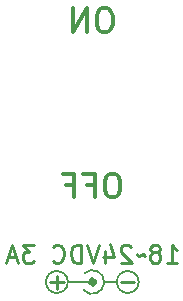
<source format=gbo>
%TF.GenerationSoftware,KiCad,Pcbnew,(6.0.11)*%
%TF.CreationDate,2023-07-06T01:04:48-04:00*%
%TF.ProjectId,RP_CHG_r01,52505f43-4847-45f7-9230-312e6b696361,rev?*%
%TF.SameCoordinates,Original*%
%TF.FileFunction,Legend,Bot*%
%TF.FilePolarity,Positive*%
%FSLAX46Y46*%
G04 Gerber Fmt 4.6, Leading zero omitted, Abs format (unit mm)*
G04 Created by KiCad (PCBNEW (6.0.11)) date 2023-07-06 01:04:48*
%MOMM*%
%LPD*%
G01*
G04 APERTURE LIST*
%ADD10C,0.250000*%
%ADD11C,0.300000*%
%ADD12C,0.150000*%
%ADD13C,0.500000*%
%ADD14C,14.000000*%
%ADD15C,7.500000*%
%ADD16C,2.100000*%
%ADD17C,7.000000*%
G04 APERTURE END LIST*
D10*
X57641428Y-68082142D02*
X56498571Y-68082142D01*
X57070000Y-68653571D02*
X57070000Y-67510714D01*
X63641428Y-68082142D02*
X62498571Y-68082142D01*
X66391428Y-66403571D02*
X67248571Y-66403571D01*
X66820000Y-66403571D02*
X66820000Y-64903571D01*
X66962857Y-65117857D01*
X67105714Y-65260714D01*
X67248571Y-65332142D01*
X65534285Y-65546428D02*
X65677142Y-65475000D01*
X65748571Y-65403571D01*
X65820000Y-65260714D01*
X65820000Y-65189285D01*
X65748571Y-65046428D01*
X65677142Y-64975000D01*
X65534285Y-64903571D01*
X65248571Y-64903571D01*
X65105714Y-64975000D01*
X65034285Y-65046428D01*
X64962857Y-65189285D01*
X64962857Y-65260714D01*
X65034285Y-65403571D01*
X65105714Y-65475000D01*
X65248571Y-65546428D01*
X65534285Y-65546428D01*
X65677142Y-65617857D01*
X65748571Y-65689285D01*
X65820000Y-65832142D01*
X65820000Y-66117857D01*
X65748571Y-66260714D01*
X65677142Y-66332142D01*
X65534285Y-66403571D01*
X65248571Y-66403571D01*
X65105714Y-66332142D01*
X65034285Y-66260714D01*
X64962857Y-66117857D01*
X64962857Y-65832142D01*
X65034285Y-65689285D01*
X65105714Y-65617857D01*
X65248571Y-65546428D01*
X64534285Y-65832142D02*
X64462857Y-65760714D01*
X64320000Y-65689285D01*
X64034285Y-65832142D01*
X63891428Y-65760714D01*
X63820000Y-65689285D01*
X63320000Y-65046428D02*
X63248571Y-64975000D01*
X63105714Y-64903571D01*
X62748571Y-64903571D01*
X62605714Y-64975000D01*
X62534285Y-65046428D01*
X62462857Y-65189285D01*
X62462857Y-65332142D01*
X62534285Y-65546428D01*
X63391428Y-66403571D01*
X62462857Y-66403571D01*
X61177142Y-65403571D02*
X61177142Y-66403571D01*
X61534285Y-64832142D02*
X61891428Y-65903571D01*
X60962857Y-65903571D01*
X60605714Y-64903571D02*
X60105714Y-66403571D01*
X59605714Y-64903571D01*
X59105714Y-66403571D02*
X59105714Y-64903571D01*
X58748571Y-64903571D01*
X58534285Y-64975000D01*
X58391428Y-65117857D01*
X58320000Y-65260714D01*
X58248571Y-65546428D01*
X58248571Y-65760714D01*
X58320000Y-66046428D01*
X58391428Y-66189285D01*
X58534285Y-66332142D01*
X58748571Y-66403571D01*
X59105714Y-66403571D01*
X56748571Y-66260714D02*
X56820000Y-66332142D01*
X57034285Y-66403571D01*
X57177142Y-66403571D01*
X57391428Y-66332142D01*
X57534285Y-66189285D01*
X57605714Y-66046428D01*
X57677142Y-65760714D01*
X57677142Y-65546428D01*
X57605714Y-65260714D01*
X57534285Y-65117857D01*
X57391428Y-64975000D01*
X57177142Y-64903571D01*
X57034285Y-64903571D01*
X56820000Y-64975000D01*
X56748571Y-65046428D01*
X55105714Y-64903571D02*
X54177142Y-64903571D01*
X54677142Y-65475000D01*
X54462857Y-65475000D01*
X54320000Y-65546428D01*
X54248571Y-65617857D01*
X54177142Y-65760714D01*
X54177142Y-66117857D01*
X54248571Y-66260714D01*
X54320000Y-66332142D01*
X54462857Y-66403571D01*
X54891428Y-66403571D01*
X55034285Y-66332142D01*
X55105714Y-66260714D01*
X53605714Y-65975000D02*
X52891428Y-65975000D01*
X53748571Y-66403571D02*
X53248571Y-64903571D01*
X52748571Y-66403571D01*
D11*
X61974761Y-58879761D02*
X61593809Y-58879761D01*
X61403333Y-58975000D01*
X61212857Y-59165476D01*
X61117619Y-59546428D01*
X61117619Y-60213095D01*
X61212857Y-60594047D01*
X61403333Y-60784523D01*
X61593809Y-60879761D01*
X61974761Y-60879761D01*
X62165238Y-60784523D01*
X62355714Y-60594047D01*
X62450952Y-60213095D01*
X62450952Y-59546428D01*
X62355714Y-59165476D01*
X62165238Y-58975000D01*
X61974761Y-58879761D01*
X59593809Y-59832142D02*
X60260476Y-59832142D01*
X60260476Y-60879761D02*
X60260476Y-58879761D01*
X59308095Y-58879761D01*
X57879523Y-59832142D02*
X58546190Y-59832142D01*
X58546190Y-60879761D02*
X58546190Y-58879761D01*
X57593809Y-58879761D01*
X61308095Y-44879761D02*
X60927142Y-44879761D01*
X60736666Y-44975000D01*
X60546190Y-45165476D01*
X60450952Y-45546428D01*
X60450952Y-46213095D01*
X60546190Y-46594047D01*
X60736666Y-46784523D01*
X60927142Y-46879761D01*
X61308095Y-46879761D01*
X61498571Y-46784523D01*
X61689047Y-46594047D01*
X61784285Y-46213095D01*
X61784285Y-45546428D01*
X61689047Y-45165476D01*
X61498571Y-44975000D01*
X61308095Y-44879761D01*
X59593809Y-46879761D02*
X59593809Y-44879761D01*
X58450952Y-46879761D01*
X58450952Y-44879761D01*
D12*
%TO.C,REF\u002A\u002A*%
X62070000Y-68050000D02*
X61170000Y-68050000D01*
X60070000Y-68050000D02*
X58070000Y-68050000D01*
X59320000Y-68725000D02*
G75*
G03*
X59395000Y-67300000I750000J675000D01*
G01*
D13*
X60245000Y-68050000D02*
G75*
G03*
X60245000Y-68050000I-175000J0D01*
G01*
D12*
X63995000Y-68050000D02*
G75*
G03*
X63995000Y-68050000I-925000J0D01*
G01*
X57995000Y-68050000D02*
G75*
G03*
X57995000Y-68050000I-925000J0D01*
G01*
%TD*%
%LPC*%
D14*
%TO.C,J1*%
X60070000Y-76975000D03*
%TD*%
D15*
%TO.C,H5*%
X60070000Y-52975000D03*
%TD*%
D16*
%TO.C,D2*%
X40070000Y-76975000D03*
%TD*%
%TO.C,D1*%
X40070000Y-71975000D03*
%TD*%
D17*
%TO.C,H4*%
X128070000Y-42375000D03*
%TD*%
%TO.C,H1*%
X32070000Y-42375000D03*
%TD*%
%TO.C,H3*%
X128070000Y-87575000D03*
%TD*%
%TO.C,H2*%
X32070000Y-87575000D03*
%TD*%
M02*

</source>
